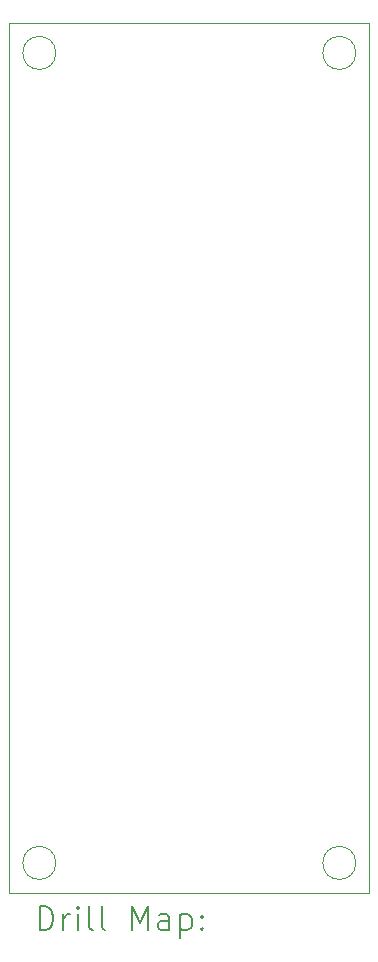
<source format=gbr>
%TF.GenerationSoftware,KiCad,Pcbnew,8.0.7*%
%TF.CreationDate,2025-05-25T12:58:01+02:00*%
%TF.ProjectId,Wave,57617665-2e6b-4696-9361-645f70636258,rev?*%
%TF.SameCoordinates,Original*%
%TF.FileFunction,Drillmap*%
%TF.FilePolarity,Positive*%
%FSLAX45Y45*%
G04 Gerber Fmt 4.5, Leading zero omitted, Abs format (unit mm)*
G04 Created by KiCad (PCBNEW 8.0.7) date 2025-05-25 12:58:01*
%MOMM*%
%LPD*%
G01*
G04 APERTURE LIST*
%ADD10C,0.050000*%
%ADD11C,0.200000*%
G04 APERTURE END LIST*
D10*
X12586000Y-17018000D02*
G75*
G02*
X12306000Y-17018000I-140000J0D01*
G01*
X12306000Y-17018000D02*
G75*
G02*
X12586000Y-17018000I140000J0D01*
G01*
X12586000Y-10160000D02*
G75*
G02*
X12306000Y-10160000I-140000J0D01*
G01*
X12306000Y-10160000D02*
G75*
G02*
X12586000Y-10160000I140000J0D01*
G01*
X9652000Y-9906000D02*
X12700000Y-9906000D01*
X12700000Y-17272000D01*
X9652000Y-17272000D01*
X9652000Y-9906000D01*
X10046000Y-10160000D02*
G75*
G02*
X9766000Y-10160000I-140000J0D01*
G01*
X9766000Y-10160000D02*
G75*
G02*
X10046000Y-10160000I140000J0D01*
G01*
X10046000Y-17018000D02*
G75*
G02*
X9766000Y-17018000I-140000J0D01*
G01*
X9766000Y-17018000D02*
G75*
G02*
X10046000Y-17018000I140000J0D01*
G01*
D11*
X9910277Y-17585984D02*
X9910277Y-17385984D01*
X9910277Y-17385984D02*
X9957896Y-17385984D01*
X9957896Y-17385984D02*
X9986467Y-17395508D01*
X9986467Y-17395508D02*
X10005515Y-17414555D01*
X10005515Y-17414555D02*
X10015039Y-17433603D01*
X10015039Y-17433603D02*
X10024563Y-17471698D01*
X10024563Y-17471698D02*
X10024563Y-17500270D01*
X10024563Y-17500270D02*
X10015039Y-17538365D01*
X10015039Y-17538365D02*
X10005515Y-17557412D01*
X10005515Y-17557412D02*
X9986467Y-17576460D01*
X9986467Y-17576460D02*
X9957896Y-17585984D01*
X9957896Y-17585984D02*
X9910277Y-17585984D01*
X10110277Y-17585984D02*
X10110277Y-17452650D01*
X10110277Y-17490746D02*
X10119801Y-17471698D01*
X10119801Y-17471698D02*
X10129324Y-17462174D01*
X10129324Y-17462174D02*
X10148372Y-17452650D01*
X10148372Y-17452650D02*
X10167420Y-17452650D01*
X10234086Y-17585984D02*
X10234086Y-17452650D01*
X10234086Y-17385984D02*
X10224563Y-17395508D01*
X10224563Y-17395508D02*
X10234086Y-17405031D01*
X10234086Y-17405031D02*
X10243610Y-17395508D01*
X10243610Y-17395508D02*
X10234086Y-17385984D01*
X10234086Y-17385984D02*
X10234086Y-17405031D01*
X10357896Y-17585984D02*
X10338848Y-17576460D01*
X10338848Y-17576460D02*
X10329324Y-17557412D01*
X10329324Y-17557412D02*
X10329324Y-17385984D01*
X10462658Y-17585984D02*
X10443610Y-17576460D01*
X10443610Y-17576460D02*
X10434086Y-17557412D01*
X10434086Y-17557412D02*
X10434086Y-17385984D01*
X10691229Y-17585984D02*
X10691229Y-17385984D01*
X10691229Y-17385984D02*
X10757896Y-17528841D01*
X10757896Y-17528841D02*
X10824563Y-17385984D01*
X10824563Y-17385984D02*
X10824563Y-17585984D01*
X11005515Y-17585984D02*
X11005515Y-17481222D01*
X11005515Y-17481222D02*
X10995991Y-17462174D01*
X10995991Y-17462174D02*
X10976944Y-17452650D01*
X10976944Y-17452650D02*
X10938848Y-17452650D01*
X10938848Y-17452650D02*
X10919801Y-17462174D01*
X11005515Y-17576460D02*
X10986467Y-17585984D01*
X10986467Y-17585984D02*
X10938848Y-17585984D01*
X10938848Y-17585984D02*
X10919801Y-17576460D01*
X10919801Y-17576460D02*
X10910277Y-17557412D01*
X10910277Y-17557412D02*
X10910277Y-17538365D01*
X10910277Y-17538365D02*
X10919801Y-17519317D01*
X10919801Y-17519317D02*
X10938848Y-17509793D01*
X10938848Y-17509793D02*
X10986467Y-17509793D01*
X10986467Y-17509793D02*
X11005515Y-17500270D01*
X11100753Y-17452650D02*
X11100753Y-17652650D01*
X11100753Y-17462174D02*
X11119801Y-17452650D01*
X11119801Y-17452650D02*
X11157896Y-17452650D01*
X11157896Y-17452650D02*
X11176944Y-17462174D01*
X11176944Y-17462174D02*
X11186467Y-17471698D01*
X11186467Y-17471698D02*
X11195991Y-17490746D01*
X11195991Y-17490746D02*
X11195991Y-17547889D01*
X11195991Y-17547889D02*
X11186467Y-17566936D01*
X11186467Y-17566936D02*
X11176944Y-17576460D01*
X11176944Y-17576460D02*
X11157896Y-17585984D01*
X11157896Y-17585984D02*
X11119801Y-17585984D01*
X11119801Y-17585984D02*
X11100753Y-17576460D01*
X11281705Y-17566936D02*
X11291229Y-17576460D01*
X11291229Y-17576460D02*
X11281705Y-17585984D01*
X11281705Y-17585984D02*
X11272182Y-17576460D01*
X11272182Y-17576460D02*
X11281705Y-17566936D01*
X11281705Y-17566936D02*
X11281705Y-17585984D01*
X11281705Y-17462174D02*
X11291229Y-17471698D01*
X11291229Y-17471698D02*
X11281705Y-17481222D01*
X11281705Y-17481222D02*
X11272182Y-17471698D01*
X11272182Y-17471698D02*
X11281705Y-17462174D01*
X11281705Y-17462174D02*
X11281705Y-17481222D01*
M02*

</source>
